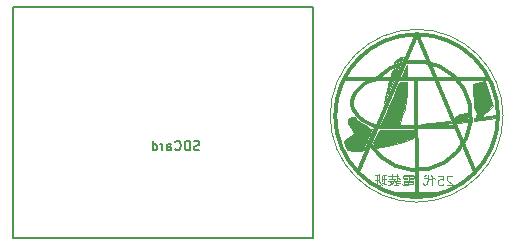
<source format=gbr>
%TF.GenerationSoftware,KiCad,Pcbnew,9.0.0*%
%TF.CreationDate,2025-03-07T17:00:58+09:00*%
%TF.ProjectId,Airdata,41697264-6174-4612-9e6b-696361645f70,rev?*%
%TF.SameCoordinates,Original*%
%TF.FileFunction,Legend,Bot*%
%TF.FilePolarity,Positive*%
%FSLAX46Y46*%
G04 Gerber Fmt 4.6, Leading zero omitted, Abs format (unit mm)*
G04 Created by KiCad (PCBNEW 9.0.0) date 2025-03-07 17:00:58*
%MOMM*%
%LPD*%
G01*
G04 APERTURE LIST*
%ADD10C,0.150000*%
%ADD11C,0.100000*%
%ADD12C,0.200000*%
%ADD13C,0.300000*%
G04 APERTURE END LIST*
D10*
X109468935Y-62836200D02*
X109354649Y-62874295D01*
X109354649Y-62874295D02*
X109164173Y-62874295D01*
X109164173Y-62874295D02*
X109087982Y-62836200D01*
X109087982Y-62836200D02*
X109049887Y-62798104D01*
X109049887Y-62798104D02*
X109011792Y-62721914D01*
X109011792Y-62721914D02*
X109011792Y-62645723D01*
X109011792Y-62645723D02*
X109049887Y-62569533D01*
X109049887Y-62569533D02*
X109087982Y-62531438D01*
X109087982Y-62531438D02*
X109164173Y-62493342D01*
X109164173Y-62493342D02*
X109316554Y-62455247D01*
X109316554Y-62455247D02*
X109392744Y-62417152D01*
X109392744Y-62417152D02*
X109430839Y-62379057D01*
X109430839Y-62379057D02*
X109468935Y-62302866D01*
X109468935Y-62302866D02*
X109468935Y-62226676D01*
X109468935Y-62226676D02*
X109430839Y-62150485D01*
X109430839Y-62150485D02*
X109392744Y-62112390D01*
X109392744Y-62112390D02*
X109316554Y-62074295D01*
X109316554Y-62074295D02*
X109126077Y-62074295D01*
X109126077Y-62074295D02*
X109011792Y-62112390D01*
X108668934Y-62874295D02*
X108668934Y-62074295D01*
X108668934Y-62074295D02*
X108478458Y-62074295D01*
X108478458Y-62074295D02*
X108364172Y-62112390D01*
X108364172Y-62112390D02*
X108287982Y-62188580D01*
X108287982Y-62188580D02*
X108249887Y-62264771D01*
X108249887Y-62264771D02*
X108211791Y-62417152D01*
X108211791Y-62417152D02*
X108211791Y-62531438D01*
X108211791Y-62531438D02*
X108249887Y-62683819D01*
X108249887Y-62683819D02*
X108287982Y-62760009D01*
X108287982Y-62760009D02*
X108364172Y-62836200D01*
X108364172Y-62836200D02*
X108478458Y-62874295D01*
X108478458Y-62874295D02*
X108668934Y-62874295D01*
X107411791Y-62798104D02*
X107449887Y-62836200D01*
X107449887Y-62836200D02*
X107564172Y-62874295D01*
X107564172Y-62874295D02*
X107640363Y-62874295D01*
X107640363Y-62874295D02*
X107754649Y-62836200D01*
X107754649Y-62836200D02*
X107830839Y-62760009D01*
X107830839Y-62760009D02*
X107868934Y-62683819D01*
X107868934Y-62683819D02*
X107907030Y-62531438D01*
X107907030Y-62531438D02*
X107907030Y-62417152D01*
X107907030Y-62417152D02*
X107868934Y-62264771D01*
X107868934Y-62264771D02*
X107830839Y-62188580D01*
X107830839Y-62188580D02*
X107754649Y-62112390D01*
X107754649Y-62112390D02*
X107640363Y-62074295D01*
X107640363Y-62074295D02*
X107564172Y-62074295D01*
X107564172Y-62074295D02*
X107449887Y-62112390D01*
X107449887Y-62112390D02*
X107411791Y-62150485D01*
X106726077Y-62874295D02*
X106726077Y-62455247D01*
X106726077Y-62455247D02*
X106764172Y-62379057D01*
X106764172Y-62379057D02*
X106840363Y-62340961D01*
X106840363Y-62340961D02*
X106992744Y-62340961D01*
X106992744Y-62340961D02*
X107068934Y-62379057D01*
X106726077Y-62836200D02*
X106802268Y-62874295D01*
X106802268Y-62874295D02*
X106992744Y-62874295D01*
X106992744Y-62874295D02*
X107068934Y-62836200D01*
X107068934Y-62836200D02*
X107107030Y-62760009D01*
X107107030Y-62760009D02*
X107107030Y-62683819D01*
X107107030Y-62683819D02*
X107068934Y-62607628D01*
X107068934Y-62607628D02*
X106992744Y-62569533D01*
X106992744Y-62569533D02*
X106802268Y-62569533D01*
X106802268Y-62569533D02*
X106726077Y-62531438D01*
X106345124Y-62874295D02*
X106345124Y-62340961D01*
X106345124Y-62493342D02*
X106307029Y-62417152D01*
X106307029Y-62417152D02*
X106268934Y-62379057D01*
X106268934Y-62379057D02*
X106192743Y-62340961D01*
X106192743Y-62340961D02*
X106116553Y-62340961D01*
X105507029Y-62874295D02*
X105507029Y-62074295D01*
X105507029Y-62836200D02*
X105583220Y-62874295D01*
X105583220Y-62874295D02*
X105735601Y-62874295D01*
X105735601Y-62874295D02*
X105811791Y-62836200D01*
X105811791Y-62836200D02*
X105849886Y-62798104D01*
X105849886Y-62798104D02*
X105887982Y-62721914D01*
X105887982Y-62721914D02*
X105887982Y-62493342D01*
X105887982Y-62493342D02*
X105849886Y-62417152D01*
X105849886Y-62417152D02*
X105811791Y-62379057D01*
X105811791Y-62379057D02*
X105735601Y-62340961D01*
X105735601Y-62340961D02*
X105583220Y-62340961D01*
X105583220Y-62340961D02*
X105507029Y-62379057D01*
D11*
X130881830Y-65083085D02*
X130843734Y-65044990D01*
X130843734Y-65044990D02*
X130767544Y-65006895D01*
X130767544Y-65006895D02*
X130577068Y-65006895D01*
X130577068Y-65006895D02*
X130500877Y-65044990D01*
X130500877Y-65044990D02*
X130462782Y-65083085D01*
X130462782Y-65083085D02*
X130424687Y-65159276D01*
X130424687Y-65159276D02*
X130424687Y-65235466D01*
X130424687Y-65235466D02*
X130462782Y-65349752D01*
X130462782Y-65349752D02*
X130919925Y-65806895D01*
X130919925Y-65806895D02*
X130424687Y-65806895D01*
X129700877Y-65006895D02*
X130081829Y-65006895D01*
X130081829Y-65006895D02*
X130119925Y-65387847D01*
X130119925Y-65387847D02*
X130081829Y-65349752D01*
X130081829Y-65349752D02*
X130005639Y-65311657D01*
X130005639Y-65311657D02*
X129815163Y-65311657D01*
X129815163Y-65311657D02*
X129738972Y-65349752D01*
X129738972Y-65349752D02*
X129700877Y-65387847D01*
X129700877Y-65387847D02*
X129662782Y-65464038D01*
X129662782Y-65464038D02*
X129662782Y-65654514D01*
X129662782Y-65654514D02*
X129700877Y-65730704D01*
X129700877Y-65730704D02*
X129738972Y-65768800D01*
X129738972Y-65768800D02*
X129815163Y-65806895D01*
X129815163Y-65806895D02*
X130005639Y-65806895D01*
X130005639Y-65806895D02*
X130081829Y-65768800D01*
X130081829Y-65768800D02*
X130119925Y-65730704D01*
X129205639Y-65121180D02*
X129205639Y-65806895D01*
X129091353Y-65273561D02*
X128519924Y-65197371D01*
X128634210Y-64968800D02*
X128519924Y-65083085D01*
X129091353Y-64930704D02*
X129205639Y-65159276D01*
X129205639Y-65159276D02*
X129434210Y-65311657D01*
X128824686Y-64930704D02*
X128824686Y-65197371D01*
X128824686Y-65197371D02*
X128710401Y-65730704D01*
X128710401Y-65730704D02*
X128519924Y-65806895D01*
X128519924Y-65806895D02*
X128443734Y-65654514D01*
X127643734Y-65083085D02*
X127643734Y-65235466D01*
X127567544Y-64968800D02*
X126767544Y-64968800D01*
X127567544Y-65311657D02*
X127300877Y-65311657D01*
X127529448Y-65692609D02*
X126767544Y-65692609D01*
X127529448Y-65540228D02*
X126767544Y-65540228D01*
X127529448Y-65425942D02*
X127529448Y-65730704D01*
X127529448Y-65197371D02*
X127300877Y-65197371D01*
X127186591Y-64968800D02*
X127186591Y-65349752D01*
X127148496Y-65806895D02*
X126691353Y-65806895D01*
X127148496Y-65425942D02*
X127148496Y-65806895D01*
X127072305Y-65311657D02*
X126767544Y-65311657D01*
X127072305Y-65197371D02*
X126805639Y-65197371D01*
X126653258Y-65692609D02*
X126691353Y-65806895D01*
X127643734Y-65083085D02*
X126691353Y-65083085D01*
X126691353Y-65083085D02*
X126691353Y-65235466D01*
X127529448Y-65425942D02*
X126767544Y-65425942D01*
X126767544Y-65425942D02*
X126767544Y-65692609D01*
X126462782Y-65464038D02*
X125472306Y-65464038D01*
X126386592Y-64968800D02*
X126310401Y-65044990D01*
X126272306Y-65197371D02*
X126462782Y-65273561D01*
X126196115Y-64892609D02*
X126196115Y-65349752D01*
X126158020Y-65578323D02*
X126158020Y-65768800D01*
X126081830Y-65083085D02*
X125472306Y-65083085D01*
X126043734Y-65311657D02*
X125510401Y-65311657D01*
X125929449Y-65768800D02*
X126272306Y-65806895D01*
X125777068Y-64892609D02*
X125777068Y-65311657D01*
X125586592Y-65540228D02*
X125815163Y-65654514D01*
X125967544Y-65464038D02*
X125777068Y-65692609D01*
X125777068Y-65692609D02*
X125472306Y-65806895D01*
X125967544Y-65349752D02*
X125967544Y-65502133D01*
X125967544Y-65502133D02*
X126234211Y-65616419D01*
X126234211Y-65616419D02*
X126462782Y-65654514D01*
X125281830Y-64968800D02*
X124977068Y-64968800D01*
X125243735Y-65311657D02*
X124977068Y-65311657D01*
X125129449Y-64968800D02*
X125129449Y-65654514D01*
X124938973Y-65616419D02*
X125281830Y-65692609D01*
X124900878Y-65006895D02*
X124900878Y-65464038D01*
X124786592Y-65654514D02*
X124938973Y-65806895D01*
X124748497Y-65768800D02*
X124291354Y-65768800D01*
X124672306Y-64968800D02*
X124329449Y-64968800D01*
X124634211Y-65349752D02*
X124329449Y-65349752D01*
X124481830Y-64968800D02*
X124481830Y-65768800D01*
X124710401Y-64892609D02*
X124710401Y-65425942D01*
X124710401Y-65425942D02*
X124786592Y-65654514D01*
%TO.C,J1*%
D12*
X93730000Y-70290000D02*
X119130000Y-70290000D01*
X119130000Y-50730000D01*
X93730000Y-50730000D01*
X93730000Y-70290000D01*
D13*
%TO.C,REF\u002A\u002A*%
X121714278Y-56814278D02*
X133964278Y-56814278D01*
X122414278Y-58689278D02*
X122589278Y-58189278D01*
X122414278Y-59014278D02*
X122414278Y-58689278D01*
X122514278Y-59389278D02*
X122414278Y-59014278D01*
X122589278Y-58189278D02*
X122764278Y-57914278D01*
X122689278Y-59714278D02*
X122514278Y-59389278D01*
X122764278Y-57914278D02*
X123064278Y-57589278D01*
X122864278Y-59964278D02*
X122689278Y-59714278D01*
X122889278Y-64714278D02*
X127864278Y-53044987D01*
X123064278Y-57589278D02*
X123439278Y-57289278D01*
X123064278Y-60139278D02*
X122864278Y-59964278D01*
X123414278Y-60389278D02*
X123064278Y-60139278D01*
X123439280Y-57289282D02*
X123914278Y-57039278D01*
X123739278Y-60589278D02*
X123414278Y-60389278D01*
X123914278Y-57039278D02*
X124493989Y-56795352D01*
X124089278Y-60739278D02*
X123739278Y-60589278D01*
X124514278Y-60864278D02*
X124089278Y-60739278D01*
X126064278Y-66539278D02*
X129714278Y-66539278D01*
X127864278Y-66833569D02*
X127839278Y-56814278D01*
X131164278Y-60864278D02*
X124514278Y-60864278D01*
X132789278Y-64689278D02*
X127864278Y-53044987D01*
X124493989Y-56795352D02*
G75*
G02*
X123914279Y-62314278I3370289J-3143926D01*
G01*
X134758569Y-59939278D02*
G75*
G02*
X120969987Y-59939278I-6894291J0D01*
G01*
X120969987Y-59939278D02*
G75*
G02*
X134758569Y-59939278I6894291J0D01*
G01*
D11*
X135182833Y-59939278D02*
G75*
G02*
X120545723Y-59939278I-7318555J0D01*
G01*
X120545723Y-59939278D02*
G75*
G02*
X135182833Y-59939278I7318555J0D01*
G01*
X125139278Y-58839278D02*
X125564278Y-57039278D01*
X125889278Y-57039278D01*
X125139278Y-58839278D01*
G36*
X125139278Y-58839278D02*
G01*
X125564278Y-57039278D01*
X125889278Y-57039278D01*
X125139278Y-58839278D01*
G37*
X130789278Y-60589278D02*
X130239278Y-60614278D01*
X128264278Y-60639278D01*
X130689278Y-60364278D01*
X130789278Y-60589278D01*
G36*
X130789278Y-60589278D02*
G01*
X130239278Y-60614278D01*
X128264278Y-60639278D01*
X130689278Y-60364278D01*
X130789278Y-60589278D01*
G37*
X126689278Y-55214278D02*
X126464278Y-55289278D01*
X125964278Y-55489278D01*
X126039278Y-55314278D01*
X126264278Y-55139278D01*
X126564278Y-54964278D01*
X126814278Y-54939278D01*
X126689278Y-55214278D01*
G36*
X126689278Y-55214278D02*
G01*
X126464278Y-55289278D01*
X125964278Y-55489278D01*
X126039278Y-55314278D01*
X126264278Y-55139278D01*
X126564278Y-54964278D01*
X126814278Y-54939278D01*
X126689278Y-55214278D01*
G37*
X127064278Y-55939278D02*
X127089278Y-56364278D01*
X127064278Y-56589278D01*
X126614278Y-56589278D01*
X126789278Y-56239278D01*
X126889278Y-56014278D01*
X127039278Y-55664278D01*
X127064278Y-55939278D01*
G36*
X127064278Y-55939278D02*
G01*
X127089278Y-56364278D01*
X127064278Y-56589278D01*
X126614278Y-56589278D01*
X126789278Y-56239278D01*
X126889278Y-56014278D01*
X127039278Y-55664278D01*
X127064278Y-55939278D01*
G37*
X132239278Y-60014278D02*
X131914278Y-60239278D01*
X132239278Y-60239278D01*
X132214278Y-60464278D01*
X131239278Y-60564278D01*
X131064278Y-60139278D01*
X131514278Y-59764278D01*
X132239278Y-59689278D01*
X132239278Y-60014278D01*
G36*
X132239278Y-60014278D02*
G01*
X131914278Y-60239278D01*
X132239278Y-60239278D01*
X132214278Y-60464278D01*
X131239278Y-60564278D01*
X131064278Y-60139278D01*
X131514278Y-59764278D01*
X132239278Y-59689278D01*
X132239278Y-60014278D01*
G37*
X126389278Y-55914278D02*
X126089278Y-56564278D01*
X125714278Y-56589278D01*
X125814278Y-56164278D01*
X125839278Y-56064278D01*
X126014278Y-55964278D01*
X126089278Y-55914278D01*
X126239278Y-55864278D01*
X126389278Y-55814278D01*
X126439278Y-55814278D01*
X126389278Y-55914278D01*
G36*
X126389278Y-55914278D02*
G01*
X126089278Y-56564278D01*
X125714278Y-56589278D01*
X125814278Y-56164278D01*
X125839278Y-56064278D01*
X126014278Y-55964278D01*
X126089278Y-55914278D01*
X126239278Y-55864278D01*
X126389278Y-55814278D01*
X126439278Y-55814278D01*
X126389278Y-55914278D01*
G37*
X134289278Y-59114278D02*
X133464278Y-59889278D01*
X133464278Y-60039278D01*
X134564278Y-59914278D01*
X134564278Y-60164278D01*
X132689278Y-60389278D01*
X132689278Y-60139278D01*
X132864278Y-60114278D01*
X132989278Y-59739278D01*
X132689278Y-59289278D01*
X132614278Y-57264278D01*
X133614278Y-57039278D01*
X134289278Y-59114278D01*
G36*
X134289278Y-59114278D02*
G01*
X133464278Y-59889278D01*
X133464278Y-60039278D01*
X134564278Y-59914278D01*
X134564278Y-60164278D01*
X132689278Y-60389278D01*
X132689278Y-60139278D01*
X132864278Y-60114278D01*
X132989278Y-59739278D01*
X132689278Y-59289278D01*
X132614278Y-57264278D01*
X133614278Y-57039278D01*
X134289278Y-59114278D01*
G37*
X127589278Y-61839278D02*
X127414278Y-61914278D01*
X126989278Y-62064278D01*
X126689278Y-62164278D01*
X126339278Y-62264278D01*
X125764278Y-62389278D01*
X125314278Y-62489278D01*
X124889278Y-62564278D01*
X124439278Y-62639278D01*
X124189278Y-62289278D01*
X124689278Y-61214278D01*
X124639278Y-61339278D01*
X124739278Y-61114278D01*
X127589278Y-61114278D01*
X127589278Y-61839278D01*
G36*
X127589278Y-61839278D02*
G01*
X127414278Y-61914278D01*
X126989278Y-62064278D01*
X126689278Y-62164278D01*
X126339278Y-62264278D01*
X125764278Y-62389278D01*
X125314278Y-62489278D01*
X124889278Y-62564278D01*
X124439278Y-62639278D01*
X124189278Y-62289278D01*
X124689278Y-61214278D01*
X124639278Y-61339278D01*
X124739278Y-61114278D01*
X127589278Y-61114278D01*
X127589278Y-61839278D01*
G37*
X127064278Y-57714278D02*
X127039278Y-58114278D01*
X126989278Y-58589278D01*
X126839278Y-59339278D01*
X126639278Y-59989278D01*
X126439278Y-60564278D01*
X126364278Y-60589278D01*
X126414278Y-60639278D01*
X124889278Y-60639278D01*
X125339278Y-59614278D01*
X125539278Y-59139278D01*
X125839278Y-58439278D01*
X126239278Y-57514278D01*
X126414278Y-57089278D01*
X127089278Y-57089278D01*
X127064278Y-57714278D01*
G36*
X127064278Y-57714278D02*
G01*
X127039278Y-58114278D01*
X126989278Y-58589278D01*
X126839278Y-59339278D01*
X126639278Y-59989278D01*
X126439278Y-60564278D01*
X126364278Y-60589278D01*
X126414278Y-60639278D01*
X124889278Y-60639278D01*
X125339278Y-59614278D01*
X125539278Y-59139278D01*
X125839278Y-58439278D01*
X126239278Y-57514278D01*
X126414278Y-57089278D01*
X127089278Y-57089278D01*
X127064278Y-57714278D01*
G37*
X122639278Y-60089278D02*
X122839278Y-60289278D01*
X123089278Y-60489278D01*
X123314278Y-60639278D01*
X123539278Y-60764278D01*
X123689278Y-60839278D01*
X123889278Y-61039278D01*
X124164278Y-61064278D01*
X123389278Y-62839278D01*
X123089278Y-62889278D01*
X122614278Y-62914278D01*
X121989278Y-62864278D01*
X121689278Y-62139278D01*
X121814278Y-61989278D01*
X122039278Y-61789278D01*
X122289278Y-61614278D01*
X122489278Y-61514278D01*
X122639278Y-61489278D01*
X122589278Y-61439278D01*
X122464278Y-61239278D01*
X122314278Y-60989278D01*
X122164278Y-60714278D01*
X122089278Y-60539278D01*
X122014278Y-60314278D01*
X122064278Y-60214278D01*
X122189278Y-60164278D01*
X122339278Y-60089278D01*
X122614278Y-60039278D01*
X122639278Y-60089278D01*
G36*
X122639278Y-60089278D02*
G01*
X122839278Y-60289278D01*
X123089278Y-60489278D01*
X123314278Y-60639278D01*
X123539278Y-60764278D01*
X123689278Y-60839278D01*
X123889278Y-61039278D01*
X124164278Y-61064278D01*
X123389278Y-62839278D01*
X123089278Y-62889278D01*
X122614278Y-62914278D01*
X121989278Y-62864278D01*
X121689278Y-62139278D01*
X121814278Y-61989278D01*
X122039278Y-61789278D01*
X122289278Y-61614278D01*
X122489278Y-61514278D01*
X122639278Y-61489278D01*
X122589278Y-61439278D01*
X122464278Y-61239278D01*
X122314278Y-60989278D01*
X122164278Y-60714278D01*
X122089278Y-60539278D01*
X122014278Y-60314278D01*
X122064278Y-60214278D01*
X122189278Y-60164278D01*
X122339278Y-60089278D01*
X122614278Y-60039278D01*
X122639278Y-60089278D01*
G37*
%TD*%
M02*

</source>
